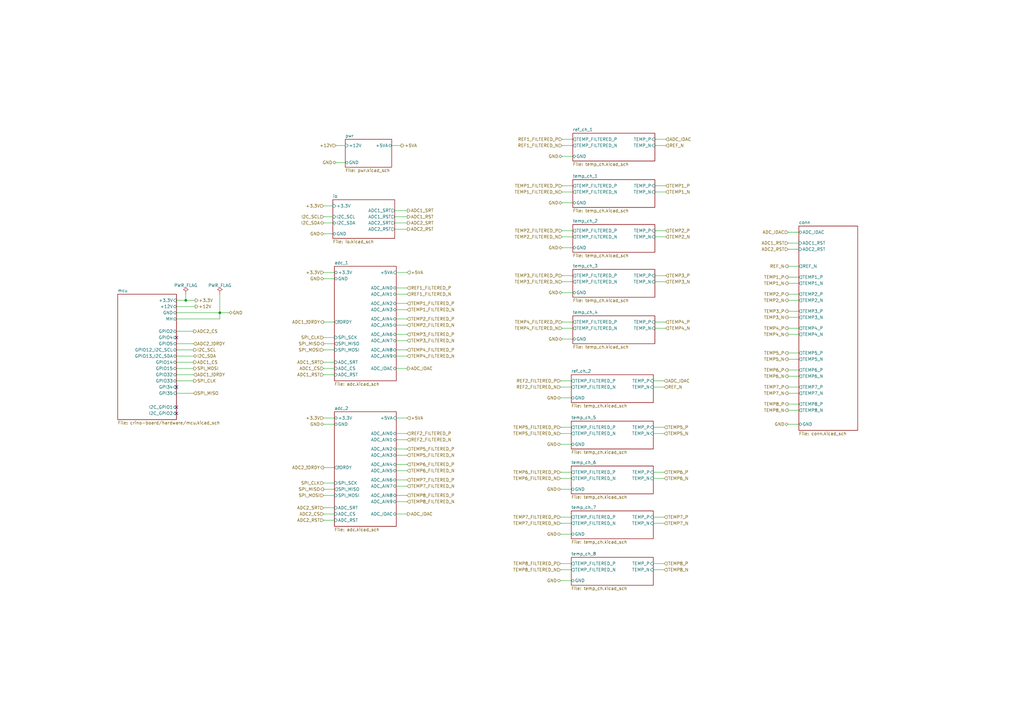
<source format=kicad_sch>
(kicad_sch (version 20211123) (generator eeschema)
  (paper "A3")
  (title_block (title "crino-temp") (date "2023-03-14") (rev "B.0.0"))
  (lib_symbols
    (symbol "power:PWR_FLAG" (power) (pin_numbers hide) (pin_names (offset 0) hide)
      (property "Value" "PWR_FLAG" (at 0 3.81 0))
      (symbol "PWR_FLAG_0_0"
        (pin power_out line (at 0 0 90) (length 0) (name "pwr") (number "1"))
      )
      (symbol "PWR_FLAG_0_1"
        (polyline (pts (xy 0 0) (xy 0 1.27) (xy -1.016 1.905) (xy 0 2.54) (xy 1.016 1.905) (xy 0 1.27)))
      )
    )
  )
  (junction (at 76.2 123.19))
  (junction (at 90.17 128.27))
  (no_connect (at 72.39 138.43))
  (no_connect (at 72.39 169.545))
  (no_connect (at 72.39 167.005))
  (no_connect (at 72.39 158.75))
  (wire (pts (xy 132.715 88.9) (xy 136.525 88.9)))
  (wire (pts (xy 268.605 134.62) (xy 273.05 134.62)))
  (wire (pts (xy 90.17 128.27) (xy 93.98 128.27)))
  (wire (pts (xy 141.605 66.675) (xy 137.795 66.675)))
  (wire (pts (xy 132.715 208.28) (xy 137.16 208.28)))
  (wire (pts (xy 132.715 91.44) (xy 136.525 91.44)))
  (wire (pts (xy 132.715 203.2) (xy 137.16 203.2)))
  (wire (pts (xy 234.95 76.2) (xy 230.505 76.2)))
  (wire (pts (xy 72.39 148.59) (xy 79.375 148.59)))
  (wire (pts (xy 323.215 165.735) (xy 327.66 165.735)))
  (wire (pts (xy 234.315 193.675) (xy 229.87 193.675)))
  (wire (pts (xy 72.39 151.13) (xy 79.375 151.13)))
  (wire (pts (xy 234.315 212.09) (xy 229.87 212.09)))
  (wire (pts (xy 162.56 127) (xy 167.005 127)))
  (wire (pts (xy 267.97 196.215) (xy 272.415 196.215)))
  (wire (pts (xy 132.715 140.97) (xy 137.16 140.97)))
  (wire (pts (xy 162.56 120.65) (xy 167.005 120.65)))
  (wire (pts (xy 323.215 151.765) (xy 327.66 151.765)))
  (wire (pts (xy 327.66 161.29) (xy 323.215 161.29)))
  (wire (pts (xy 234.315 233.68) (xy 229.87 233.68)))
  (wire (pts (xy 132.715 191.77) (xy 137.16 191.77)))
  (wire (pts (xy 132.715 148.59) (xy 137.16 148.59)))
  (wire (pts (xy 327.66 147.32) (xy 323.215 147.32)))
  (wire (pts (xy 327.66 137.16) (xy 323.215 137.16)))
  (wire (pts (xy 162.56 199.39) (xy 167.005 199.39)))
  (wire (pts (xy 229.87 182.245) (xy 234.315 182.245)))
  (wire (pts (xy 162.56 193.04) (xy 167.005 193.04)))
  (wire (pts (xy 162.56 124.46) (xy 167.005 124.46)))
  (wire (pts (xy 327.66 116.205) (xy 323.215 116.205)))
  (wire (pts (xy 273.05 94.615) (xy 268.605 94.615)))
  (wire (pts (xy 162.56 180.34) (xy 167.005 180.34)))
  (wire (pts (xy 267.97 158.75) (xy 272.415 158.75)))
  (wire (pts (xy 132.715 153.67) (xy 137.16 153.67)))
  (wire (pts (xy 132.715 200.66) (xy 137.16 200.66)))
  (wire (pts (xy 234.95 113.03) (xy 230.505 113.03)))
  (wire (pts (xy 132.715 114.3) (xy 137.16 114.3)))
  (wire (pts (xy 234.315 196.215) (xy 229.87 196.215)))
  (wire (pts (xy 167.005 93.98) (xy 161.925 93.98)))
  (wire (pts (xy 72.39 161.29) (xy 79.375 161.29)))
  (wire (pts (xy 267.97 156.21) (xy 272.415 156.21)))
  (wire (pts (xy 132.715 95.885) (xy 136.525 95.885)))
  (wire (pts (xy 234.315 158.75) (xy 229.87 158.75)))
  (wire (pts (xy 234.315 175.26) (xy 229.87 175.26)))
  (wire (pts (xy 162.56 133.35) (xy 167.005 133.35)))
  (wire (pts (xy 141.605 59.69) (xy 137.795 59.69)))
  (wire (pts (xy 167.005 88.9) (xy 161.925 88.9)))
  (wire (pts (xy 162.56 143.51) (xy 167.005 143.51)))
  (wire (pts (xy 273.05 76.2) (xy 268.605 76.2)))
  (wire (pts (xy 162.56 190.5) (xy 167.005 190.5)))
  (wire (pts (xy 72.39 130.81) (xy 90.17 130.81)))
  (wire (pts (xy 230.505 101.6) (xy 234.95 101.6)))
  (wire (pts (xy 162.56 137.16) (xy 167.005 137.16)))
  (wire (pts (xy 76.2 123.19) (xy 80.01 123.19)))
  (wire (pts (xy 327.66 130.175) (xy 323.215 130.175)))
  (wire (pts (xy 272.415 231.14) (xy 267.97 231.14)))
  (wire (pts (xy 79.375 153.67) (xy 72.39 153.67)))
  (wire (pts (xy 323.215 158.75) (xy 327.66 158.75)))
  (wire (pts (xy 160.655 59.69) (xy 164.465 59.69)))
  (wire (pts (xy 267.97 177.8) (xy 272.415 177.8)))
  (wire (pts (xy 327.66 154.305) (xy 323.215 154.305)))
  (wire (pts (xy 234.95 94.615) (xy 230.505 94.615)))
  (wire (pts (xy 72.39 140.97) (xy 79.375 140.97)))
  (wire (pts (xy 132.715 198.12) (xy 137.16 198.12)))
  (wire (pts (xy 162.56 130.81) (xy 167.005 130.81)))
  (wire (pts (xy 323.215 144.78) (xy 327.66 144.78)))
  (wire (pts (xy 230.505 139.065) (xy 234.95 139.065)))
  (wire (pts (xy 132.715 143.51) (xy 137.16 143.51)))
  (wire (pts (xy 162.56 139.7) (xy 167.005 139.7)))
  (wire (pts (xy 230.505 83.185) (xy 234.95 83.185)))
  (wire (pts (xy 162.56 186.69) (xy 167.005 186.69)))
  (wire (pts (xy 162.56 111.76) (xy 167.005 111.76)))
  (wire (pts (xy 323.215 134.62) (xy 327.66 134.62)))
  (wire (pts (xy 234.95 134.62) (xy 230.505 134.62)))
  (wire (pts (xy 162.56 203.2) (xy 167.005 203.2)))
  (wire (pts (xy 132.715 138.43) (xy 137.16 138.43)))
  (wire (pts (xy 268.605 57.15) (xy 273.05 57.15)))
  (wire (pts (xy 167.005 86.36) (xy 161.925 86.36)))
  (wire (pts (xy 162.56 205.74) (xy 167.005 205.74)))
  (wire (pts (xy 327.66 109.22) (xy 323.215 109.22)))
  (wire (pts (xy 72.39 123.19) (xy 76.2 123.19)))
  (wire (pts (xy 268.605 78.74) (xy 273.05 78.74)))
  (wire (pts (xy 234.95 115.57) (xy 230.505 115.57)))
  (wire (pts (xy 90.17 120.65) (xy 90.17 128.27)))
  (wire (pts (xy 72.39 143.51) (xy 79.375 143.51)))
  (wire (pts (xy 132.715 111.76) (xy 137.16 111.76)))
  (wire (pts (xy 162.56 146.05) (xy 167.005 146.05)))
  (wire (pts (xy 272.415 193.675) (xy 267.97 193.675)))
  (wire (pts (xy 79.375 135.89) (xy 72.39 135.89)))
  (wire (pts (xy 234.95 59.69) (xy 230.505 59.69)))
  (wire (pts (xy 230.505 120.015) (xy 234.95 120.015)))
  (wire (pts (xy 327.66 168.275) (xy 323.215 168.275)))
  (wire (pts (xy 90.17 130.81) (xy 90.17 128.27)))
  (wire (pts (xy 234.315 156.21) (xy 229.87 156.21)))
  (wire (pts (xy 162.56 171.45) (xy 167.005 171.45)))
  (wire (pts (xy 76.2 120.65) (xy 76.2 123.19)))
  (wire (pts (xy 323.215 99.695) (xy 327.66 99.695)))
  (wire (pts (xy 132.715 173.99) (xy 137.16 173.99)))
  (wire (pts (xy 268.605 97.155) (xy 273.05 97.155)))
  (wire (pts (xy 234.95 78.74) (xy 230.505 78.74)))
  (wire (pts (xy 323.215 120.65) (xy 327.66 120.65)))
  (wire (pts (xy 162.56 177.8) (xy 167.005 177.8)))
  (wire (pts (xy 234.95 97.155) (xy 230.505 97.155)))
  (wire (pts (xy 167.005 91.44) (xy 161.925 91.44)))
  (wire (pts (xy 234.315 231.14) (xy 229.87 231.14)))
  (wire (pts (xy 234.95 132.08) (xy 230.505 132.08)))
  (wire (pts (xy 229.87 163.195) (xy 234.315 163.195)))
  (wire (pts (xy 72.39 125.73) (xy 80.01 125.73)))
  (wire (pts (xy 162.56 118.11) (xy 167.005 118.11)))
  (wire (pts (xy 234.315 177.8) (xy 229.87 177.8)))
  (wire (pts (xy 162.56 184.15) (xy 167.005 184.15)))
  (wire (pts (xy 132.715 171.45) (xy 137.16 171.45)))
  (wire (pts (xy 323.215 113.665) (xy 327.66 113.665)))
  (wire (pts (xy 323.215 102.235) (xy 327.66 102.235)))
  (wire (pts (xy 273.05 132.08) (xy 268.605 132.08)))
  (wire (pts (xy 323.215 127.635) (xy 327.66 127.635)))
  (wire (pts (xy 132.715 210.82) (xy 137.16 210.82)))
  (wire (pts (xy 272.415 212.09) (xy 267.97 212.09)))
  (wire (pts (xy 229.87 219.075) (xy 234.315 219.075)))
  (wire (pts (xy 229.87 238.125) (xy 234.315 238.125)))
  (wire (pts (xy 72.39 146.05) (xy 79.375 146.05)))
  (wire (pts (xy 267.97 233.68) (xy 272.415 233.68)))
  (wire (pts (xy 230.505 64.135) (xy 234.95 64.135)))
  (wire (pts (xy 268.605 115.57) (xy 273.05 115.57)))
  (wire (pts (xy 132.715 132.08) (xy 137.16 132.08)))
  (wire (pts (xy 272.415 175.26) (xy 267.97 175.26)))
  (wire (pts (xy 162.56 151.13) (xy 167.005 151.13)))
  (wire (pts (xy 273.05 113.03) (xy 268.605 113.03)))
  (wire (pts (xy 72.39 128.27) (xy 90.17 128.27)))
  (wire (pts (xy 327.66 95.25) (xy 323.215 95.25)))
  (wire (pts (xy 323.215 173.99) (xy 327.66 173.99)))
  (wire (pts (xy 234.95 57.15) (xy 230.505 57.15)))
  (wire (pts (xy 229.87 200.66) (xy 234.315 200.66)))
  (wire (pts (xy 132.715 84.455) (xy 136.525 84.455)))
  (wire (pts (xy 267.97 214.63) (xy 272.415 214.63)))
  (wire (pts (xy 234.315 214.63) (xy 229.87 214.63)))
  (wire (pts (xy 132.715 213.36) (xy 137.16 213.36)))
  (wire (pts (xy 72.39 156.21) (xy 79.375 156.21)))
  (wire (pts (xy 327.66 123.19) (xy 323.215 123.19)))
  (wire (pts (xy 268.605 59.69) (xy 273.05 59.69)))
  (wire (pts (xy 162.56 210.82) (xy 167.005 210.82)))
  (wire (pts (xy 162.56 196.85) (xy 167.005 196.85)))
  (wire (pts (xy 132.715 151.13) (xy 137.16 151.13)))
  (hierarchical_label "TEMP2_FILTERED_N" (shape input) (at 167.005 133.35 0))
  (hierarchical_label "GND" (shape bidirectional) (at 132.715 95.885 180))
  (hierarchical_label "GND" (shape bidirectional) (at 93.98 128.27 0))
  (hierarchical_label "ADC2_SRT" (shape input) (at 132.715 208.28 180))
  (hierarchical_label "TEMP3_N" (shape output) (at 323.215 130.175 180))
  (hierarchical_label "TEMP5_N" (shape input) (at 272.415 177.8 0))
  (hierarchical_label "I2C_SCL" (shape output) (at 79.375 143.51 0))
  (hierarchical_label "TEMP4_FILTERED_P" (shape input) (at 167.005 143.51 0))
  (hierarchical_label "TEMP8_N" (shape output) (at 323.215 168.275 180))
  (hierarchical_label "I2C_SCL" (shape input) (at 132.715 88.9 180))
  (hierarchical_label "SPI_CLK" (shape input) (at 132.715 138.43 180))
  (hierarchical_label "REF_N" (shape output) (at 323.215 109.22 180))
  (hierarchical_label "GND" (shape bidirectional) (at 230.505 83.185 180))
  (hierarchical_label "GND" (shape bidirectional) (at 229.87 219.075 180))
  (hierarchical_label "TEMP1_FILTERED_P" (shape input) (at 167.005 124.46 0))
  (hierarchical_label "TEMP7_P" (shape output) (at 323.215 158.75 180))
  (hierarchical_label "TEMP6_FILTERED_P" (shape input) (at 229.87 193.675 180))
  (hierarchical_label "TEMP4_P" (shape output) (at 323.215 134.62 180))
  (hierarchical_label "TEMP3_P" (shape input) (at 273.05 113.03 0))
  (hierarchical_label "REF_N" (shape input) (at 272.415 158.75 0))
  (hierarchical_label "SPI_CLK" (shape input) (at 132.715 198.12 180))
  (hierarchical_label "TEMP8_FILTERED_N" (shape input) (at 167.005 205.74 0))
  (hierarchical_label "SPI_MISO" (shape output) (at 132.715 200.66 180))
  (hierarchical_label "REF_N" (shape input) (at 273.05 59.69 0))
  (hierarchical_label "TEMP8_N" (shape input) (at 272.415 233.68 0))
  (hierarchical_label "TEMP3_FILTERED_P" (shape input) (at 167.005 137.16 0))
  (hierarchical_label "TEMP3_N" (shape input) (at 273.05 115.57 0))
  (hierarchical_label "TEMP5_N" (shape output) (at 323.215 147.32 180))
  (hierarchical_label "+12V" (shape output) (at 80.01 125.73 0))
  (hierarchical_label "SPI_CLK" (shape output) (at 79.375 156.21 0))
  (hierarchical_label "TEMP2_P" (shape input) (at 273.05 94.615 0))
  (hierarchical_label "ADC1_RST" (shape input) (at 323.215 99.695 180))
  (hierarchical_label "TEMP4_FILTERED_N" (shape input) (at 230.505 134.62 180))
  (hierarchical_label "ADC_IDAC" (shape input) (at 272.415 156.21 0))
  (hierarchical_label "ADC1_!DRDY" (shape output) (at 132.715 132.08 180))
  (hierarchical_label "SPI_MISO" (shape input) (at 79.375 161.29 0))
  (hierarchical_label "TEMP1_N" (shape output) (at 323.215 116.205 180))
  (hierarchical_label "SPI_MISO" (shape output) (at 132.715 140.97 180))
  (hierarchical_label "+3.3V" (shape input) (at 132.715 84.455 180))
  (hierarchical_label "SPI_MOSI" (shape input) (at 132.715 203.2 180))
  (hierarchical_label "TEMP8_FILTERED_N" (shape input) (at 229.87 233.68 180))
  (hierarchical_label "TEMP2_FILTERED_P" (shape input) (at 167.005 130.81 0))
  (hierarchical_label "TEMP2_N" (shape input) (at 273.05 97.155 0))
  (hierarchical_label "TEMP6_P" (shape output) (at 323.215 151.765 180))
  (hierarchical_label "TEMP6_N" (shape output) (at 323.215 154.305 180))
  (hierarchical_label "ADC2_SRT" (shape output) (at 167.005 91.44 0))
  (hierarchical_label "+12V" (shape input) (at 137.795 59.69 180))
  (hierarchical_label "TEMP4_N" (shape input) (at 273.05 134.62 0))
  (hierarchical_label "TEMP7_FILTERED_P" (shape input) (at 229.87 212.09 180))
  (hierarchical_label "+3.3V" (shape input) (at 132.715 171.45 180))
  (hierarchical_label "REF2_FILTERED_P" (shape input) (at 167.005 177.8 0))
  (hierarchical_label "TEMP4_FILTERED_P" (shape input) (at 230.505 132.08 180))
  (hierarchical_label "TEMP5_FILTERED_P" (shape input) (at 229.87 175.26 180))
  (hierarchical_label "GND" (shape bidirectional) (at 230.505 120.015 180))
  (hierarchical_label "REF1_FILTERED_N" (shape input) (at 230.505 59.69 180))
  (hierarchical_label "TEMP7_FILTERED_N" (shape input) (at 229.87 214.63 180))
  (hierarchical_label "GND" (shape bidirectional) (at 132.715 173.99 180))
  (hierarchical_label "TEMP2_N" (shape output) (at 323.215 123.19 180))
  (hierarchical_label "TEMP8_P" (shape input) (at 272.415 231.14 0))
  (hierarchical_label "TEMP5_FILTERED_N" (shape input) (at 167.005 186.69 0))
  (hierarchical_label "TEMP6_N" (shape input) (at 272.415 196.215 0))
  (hierarchical_label "TEMP1_FILTERED_P" (shape input) (at 230.505 76.2 180))
  (hierarchical_label "ADC2_CS" (shape input) (at 132.715 210.82 180))
  (hierarchical_label "TEMP6_FILTERED_P" (shape input) (at 167.005 190.5 0))
  (hierarchical_label "GND" (shape bidirectional) (at 229.87 163.195 180))
  (hierarchical_label "REF1_FILTERED_P" (shape input) (at 167.005 118.11 0))
  (hierarchical_label "ADC1_CS" (shape output) (at 79.375 148.59 0))
  (hierarchical_label "TEMP6_FILTERED_N" (shape input) (at 167.005 193.04 0))
  (hierarchical_label "GND" (shape bidirectional) (at 230.505 101.6 180))
  (hierarchical_label "ADC2_RST" (shape input) (at 132.715 213.36 180))
  (hierarchical_label "ADC1_CS" (shape input) (at 132.715 151.13 180))
  (hierarchical_label "GND" (shape bidirectional) (at 230.505 64.135 180))
  (hierarchical_label "TEMP7_P" (shape input) (at 272.415 212.09 0))
  (hierarchical_label "TEMP2_FILTERED_N" (shape input) (at 230.505 97.155 180))
  (hierarchical_label "TEMP4_FILTERED_N" (shape input) (at 167.005 146.05 0))
  (hierarchical_label "ADC2_RST" (shape output) (at 167.005 93.98 0))
  (hierarchical_label "TEMP3_FILTERED_N" (shape input) (at 230.505 115.57 180))
  (hierarchical_label "GND" (shape bidirectional) (at 229.87 238.125 180))
  (hierarchical_label "TEMP5_FILTERED_P" (shape input) (at 167.005 184.15 0))
  (hierarchical_label "+5VA" (shape input) (at 167.005 171.45 0))
  (hierarchical_label "TEMP1_FILTERED_N" (shape input) (at 167.005 127 0))
  (hierarchical_label "TEMP5_FILTERED_N" (shape input) (at 229.87 177.8 180))
  (hierarchical_label "REF2_FILTERED_P" (shape input) (at 229.87 156.21 180))
  (hierarchical_label "TEMP6_FILTERED_N" (shape input) (at 229.87 196.215 180))
  (hierarchical_label "TEMP3_P" (shape output) (at 323.215 127.635 180))
  (hierarchical_label "REF1_FILTERED_N" (shape input) (at 167.005 120.65 0))
  (hierarchical_label "GND" (shape bidirectional) (at 323.215 173.99 180))
  (hierarchical_label "GND" (shape bidirectional) (at 132.715 114.3 180))
  (hierarchical_label "+5VA" (shape output) (at 164.465 59.69 0))
  (hierarchical_label "REF2_FILTERED_N" (shape input) (at 229.87 158.75 180))
  (hierarchical_label "+3.3V" (shape output) (at 80.01 123.19 0))
  (hierarchical_label "TEMP1_P" (shape input) (at 273.05 76.2 0))
  (hierarchical_label "I2C_SDA" (shape bidirectional) (at 79.375 146.05 0))
  (hierarchical_label "TEMP1_FILTERED_N" (shape input) (at 230.505 78.74 180))
  (hierarchical_label "GND" (shape bidirectional) (at 229.87 182.245 180))
  (hierarchical_label "ADC1_RST" (shape input) (at 132.715 153.67 180))
  (hierarchical_label "TEMP4_N" (shape output) (at 323.215 137.16 180))
  (hierarchical_label "GND" (shape bidirectional) (at 137.795 66.675 180))
  (hierarchical_label "TEMP6_P" (shape input) (at 272.415 193.675 0))
  (hierarchical_label "SPI_MOSI" (shape output) (at 79.375 151.13 0))
  (hierarchical_label "TEMP8_FILTERED_P" (shape input) (at 167.005 203.2 0))
  (hierarchical_label "TEMP7_N" (shape input) (at 272.415 214.63 0))
  (hierarchical_label "ADC2_CS" (shape output) (at 79.375 135.89 0))
  (hierarchical_label "TEMP8_FILTERED_P" (shape input) (at 229.87 231.14 180))
  (hierarchical_label "TEMP1_P" (shape output) (at 323.215 113.665 180))
  (hierarchical_label "TEMP7_N" (shape output) (at 323.215 161.29 180))
  (hierarchical_label "ADC2_!DRDY" (shape input) (at 79.375 140.97 0))
  (hierarchical_label "ADC_IDAC" (shape output) (at 167.005 151.13 0))
  (hierarchical_label "SPI_MOSI" (shape input) (at 132.715 143.51 180))
  (hierarchical_label "ADC_IDAC" (shape input) (at 323.215 95.25 180))
  (hierarchical_label "TEMP3_FILTERED_N" (shape input) (at 167.005 139.7 0))
  (hierarchical_label "ADC1_SRT" (shape input) (at 132.715 148.59 180))
  (hierarchical_label "TEMP7_FILTERED_N" (shape input) (at 167.005 199.39 0))
  (hierarchical_label "GND" (shape bidirectional) (at 229.87 200.66 180))
  (hierarchical_label "TEMP3_FILTERED_P" (shape input) (at 230.505 113.03 180))
  (hierarchical_label "TEMP5_P" (shape input) (at 272.415 175.26 0))
  (hierarchical_label "ADC1_SRT" (shape output) (at 167.005 86.36 0))
  (hierarchical_label "ADC2_RST" (shape input) (at 323.215 102.235 180))
  (hierarchical_label "TEMP8_P" (shape output) (at 323.215 165.735 180))
  (hierarchical_label "I2C_SDA" (shape bidirectional) (at 132.715 91.44 180))
  (hierarchical_label "ADC2_!DRDY" (shape output) (at 132.715 191.77 180))
  (hierarchical_label "GND" (shape bidirectional) (at 230.505 139.065 180))
  (hierarchical_label "TEMP1_N" (shape input) (at 273.05 78.74 0))
  (hierarchical_label "ADC_IDAC" (shape output) (at 167.005 210.82 0))
  (hierarchical_label "ADC1_!DRDY" (shape input) (at 79.375 153.67 0))
  (hierarchical_label "TEMP2_FILTERED_P" (shape input) (at 230.505 94.615 180))
  (hierarchical_label "REF2_FILTERED_N" (shape input) (at 167.005 180.34 0))
  (hierarchical_label "TEMP2_P" (shape output) (at 323.215 120.65 180))
  (hierarchical_label "TEMP5_P" (shape output) (at 323.215 144.78 180))
  (hierarchical_label "REF1_FILTERED_P" (shape input) (at 230.505 57.15 180))
  (hierarchical_label "ADC_IDAC" (shape input) (at 273.05 57.15 0))
  (hierarchical_label "+5VA" (shape input) (at 167.005 111.76 0))
  (hierarchical_label "+3.3V" (shape input) (at 132.715 111.76 180))
  (hierarchical_label "TEMP7_FILTERED_P" (shape input) (at 167.005 196.85 0))
  (hierarchical_label "TEMP4_P" (shape input) (at 273.05 132.08 0))
  (hierarchical_label "ADC1_RST" (shape output) (at 167.005 88.9 0))
  (symbol (lib_id "power:PWR_FLAG") (at 76.2 120.65 0) (unit 1)
    (property "Reference" "#FLG01" (effects hide))
    (property "Value" "PWR_FLAG" (at 76.2 117.0742 0))
  )
  (symbol (lib_id "power:PWR_FLAG") (at 90.17 120.65 0) (unit 1)
    (property "Reference" "#FLG02" (effects hide))
    (property "Value" "PWR_FLAG" (at 90.17 117.0742 0))
  )
  (sheet (at 141.605 57.15) (size 19.05 11.43)
    (property "Sheet name" "pwr" (at 141.605 56.4384 0) (effects (justify left bottom)))
    (property "Sheet file" "pwr.kicad_sch" (at 141.605 69.1646 0) (effects (justify left top)))
    (pin "+5VA" bidirectional (at 160.655 59.69 0))
    (pin "GND" bidirectional (at 141.605 66.675 180))
    (pin "+12V" input (at 141.605 59.69 180))
  )
  (sheet (at 327.66 92.71) (size 24.13 83.82)
    (property "Sheet name" "conn" (at 327.66 91.9984 0) (effects (justify left bottom)))
    (property "Sheet file" "conn.kicad_sch" (at 327.66 177.1146 0) (effects (justify left top)))
    (pin "TEMP1_N" output (at 327.66 116.205 180))
    (pin "TEMP2_P" output (at 327.66 120.65 180))
    (pin "TEMP2_N" output (at 327.66 123.19 180))
    (pin "TEMP4_P" output (at 327.66 134.62 180))
    (pin "TEMP3_N" output (at 327.66 130.175 180))
    (pin "TEMP4_N" output (at 327.66 137.16 180))
    (pin "TEMP3_P" output (at 327.66 127.635 180))
    (pin "TEMP1_P" output (at 327.66 113.665 180))
    (pin "GND" bidirectional (at 327.66 173.99 180))
    (pin "ADC2_RST" input (at 327.66 102.235 180))
    (pin "ADC1_RST" input (at 327.66 99.695 180))
    (pin "TEMP7_N" output (at 327.66 161.29 180))
    (pin "TEMP7_P" output (at 327.66 158.75 180))
    (pin "TEMP8_P" output (at 327.66 165.735 180))
    (pin "TEMP8_N" output (at 327.66 168.275 180))
    (pin "TEMP6_P" output (at 327.66 151.765 180))
    (pin "TEMP6_N" output (at 327.66 154.305 180))
    (pin "TEMP5_N" output (at 327.66 147.32 180))
    (pin "TEMP5_P" output (at 327.66 144.78 180))
    (pin "REF_N" output (at 327.66 109.22 180))
    (pin "ADC_IDAC" bidirectional (at 327.66 95.25 180))
  )
  (sheet (at 136.525 81.915) (size 25.4 15.875) (stroke (width 0.1524))
    (property "Sheet name" "io" (at 136.525 81.2034 0) (effects (justify left bottom)))
    (property "Sheet file" "io.kicad_sch" (at 136.525 98.3746 0) (effects (justify left top)))
    (pin "GND" bidirectional (at 136.525 95.885 180))
    (pin "I2C_SDA" bidirectional (at 136.525 91.44 180))
    (pin "I2C_SCL" input (at 136.525 88.9 180))
    (pin "ADC2_SRT" output (at 161.925 91.44 0))
    (pin "+3.3V" input (at 136.525 84.455 180))
    (pin "ADC1_RST" output (at 161.925 88.9 0))
    (pin "ADC1_SRT" output (at 161.925 86.36 0))
    (pin "ADC2_RST" output (at 161.925 93.98 0))
  )
  (sheet (at 234.95 110.49) (size 33.655 11.43) (stroke (width 0.1524))
    (property "Sheet name" "temp_ch_3" (at 234.95 109.7784 0) (effects (justify left bottom)))
    (property "Sheet file" "temp_ch.kicad_sch" (at 234.95 122.5046 0) (effects (justify left top)))
    (pin "TEMP_FILTERED_P" output (at 234.95 113.03 180))
    (pin "TEMP_FILTERED_N" output (at 234.95 115.57 180))
    (pin "GND" bidirectional (at 234.95 120.015 180))
    (pin "TEMP_N" input (at 268.605 115.57 0))
    (pin "TEMP_P" input (at 268.605 113.03 0))
  )
  (sheet (at 234.315 153.67) (size 33.655 11.43) (stroke (width 0.1524))
    (property "Sheet name" "ref_ch_2" (at 234.315 152.9584 0) (effects (justify left bottom)))
    (property "Sheet file" "temp_ch.kicad_sch" (at 234.315 165.6846 0) (effects (justify left top)))
    (pin "TEMP_FILTERED_P" output (at 234.315 156.21 180))
    (pin "TEMP_FILTERED_N" output (at 234.315 158.75 180))
    (pin "GND" bidirectional (at 234.315 163.195 180))
    (pin "TEMP_N" input (at 267.97 158.75 0))
    (pin "TEMP_P" input (at 267.97 156.21 0))
  )
  (sheet (at 234.315 228.6) (size 33.655 11.43) (stroke (width 0.1524))
    (property "Sheet name" "temp_ch_8" (at 234.315 227.8884 0) (effects (justify left bottom)))
    (property "Sheet file" "temp_ch.kicad_sch" (at 234.315 240.6146 0) (effects (justify left top)))
    (pin "TEMP_FILTERED_P" output (at 234.315 231.14 180))
    (pin "TEMP_FILTERED_N" output (at 234.315 233.68 180))
    (pin "GND" bidirectional (at 234.315 238.125 180))
    (pin "TEMP_N" input (at 267.97 233.68 0))
    (pin "TEMP_P" input (at 267.97 231.14 0))
  )
  (sheet (at 137.16 109.22) (size 25.4 46.99)
    (property "Sheet name" "adc_1" (at 137.16 108.5084 0) (effects (justify left bottom)))
    (property "Sheet file" "adc.kicad_sch" (at 137.16 156.7946 0) (effects (justify left top)))
    (pin "ADC_SRT" input (at 137.16 148.59 180))
    (pin "ADC_CS" input (at 137.16 151.13 180))
    (pin "SPI_SCK" input (at 137.16 138.43 180))
    (pin "SPI_MOSI" input (at 137.16 143.51 180))
    (pin "SPI_MISO" output (at 137.16 140.97 180))
    (pin "ADC_RST" input (at 137.16 153.67 180))
    (pin "ADC_AIN0" bidirectional (at 162.56 118.11 0))
    (pin "ADC_AIN1" bidirectional (at 162.56 120.65 0))
    (pin "ADC_AIN2" bidirectional (at 162.56 124.46 0))
    (pin "ADC_AIN3" bidirectional (at 162.56 127 0))
    (pin "ADC_AIN4" bidirectional (at 162.56 130.81 0))
    (pin "ADC_AIN5" bidirectional (at 162.56 133.35 0))
    (pin "ADC_AIN6" bidirectional (at 162.56 137.16 0))
    (pin "ADC_AIN7" bidirectional (at 162.56 139.7 0))
    (pin "ADC_AIN8" bidirectional (at 162.56 143.51 0))
    (pin "ADC_AIN9" bidirectional (at 162.56 146.05 0))
    (pin "+3.3V" bidirectional (at 137.16 111.76 180))
    (pin "GND" bidirectional (at 137.16 114.3 180))
    (pin "!DRDY" output (at 137.16 132.08 180))
    (pin "ADC_IDAC" bidirectional (at 162.56 151.13 0))
    (pin "+5VA" input (at 162.56 111.76 0))
  )
  (sheet (at 234.315 209.55) (size 33.655 11.43) (stroke (width 0.1524))
    (property "Sheet name" "temp_ch_7" (at 234.315 208.8384 0) (effects (justify left bottom)))
    (property "Sheet file" "temp_ch.kicad_sch" (at 234.315 221.5646 0) (effects (justify left top)))
    (pin "TEMP_FILTERED_P" output (at 234.315 212.09 180))
    (pin "TEMP_FILTERED_N" output (at 234.315 214.63 180))
    (pin "GND" bidirectional (at 234.315 219.075 180))
    (pin "TEMP_N" input (at 267.97 214.63 0))
    (pin "TEMP_P" input (at 267.97 212.09 0))
  )
  (sheet (at 234.95 54.61) (size 33.655 11.43) (stroke (width 0.1524))
    (property "Sheet name" "ref_ch_1" (at 234.95 53.8984 0) (effects (justify left bottom)))
    (property "Sheet file" "temp_ch.kicad_sch" (at 234.95 66.6246 0) (effects (justify left top)))
    (pin "TEMP_FILTERED_P" output (at 234.95 57.15 180))
    (pin "TEMP_FILTERED_N" output (at 234.95 59.69 180))
    (pin "GND" bidirectional (at 234.95 64.135 180))
    (pin "TEMP_N" input (at 268.605 59.69 0))
    (pin "TEMP_P" input (at 268.605 57.15 0))
  )
  (sheet (at 48.26 120.65) (size 24.13 51.435) (stroke (width 0.1524))
    (property "Sheet name" "mcu" (at 48.26 119.9384 0) (effects (justify left bottom)))
    (property "Sheet file" "crino-board/hardware/mcu.kicad_sch" (at 48.26 172.6696 0) (effects (justify left top)))
    (pin "MH" bidirectional (at 72.39 130.81 0))
    (pin "GND" bidirectional (at 72.39 128.27 0))
    (pin "+3.3V" input (at 72.39 123.19 0))
    (pin "+12V" bidirectional (at 72.39 125.73 0))
    (pin "GPI34" input (at 72.39 158.75 0))
    (pin "GPIO12_I2C_SCL" bidirectional (at 72.39 143.51 0))
    (pin "GPI35" input (at 72.39 161.29 0))
    (pin "GPIO32" bidirectional (at 72.39 153.67 0))
    (pin "I2C_GPIO1" bidirectional (at 72.39 167.005 0))
    (pin "I2C_GPIO2" bidirectional (at 72.39 169.545 0))
    (pin "GPIO33" bidirectional (at 72.39 156.21 0))
    (pin "GPIO15" bidirectional (at 72.39 151.13 0))
    (pin "GPIO14" bidirectional (at 72.39 148.59 0))
    (pin "GPIO5" bidirectional (at 72.39 140.97 0))
    (pin "GPIO4" bidirectional (at 72.39 138.43 0))
    (pin "GPIO13_I2C_SDA" bidirectional (at 72.39 146.05 0))
    (pin "GPIO2" bidirectional (at 72.39 135.89 0))
  )
  (sheet (at 137.16 168.91) (size 25.4 46.99)
    (property "Sheet name" "adc_2" (at 137.16 168.1984 0) (effects (justify left bottom)))
    (property "Sheet file" "adc.kicad_sch" (at 137.16 216.4846 0) (effects (justify left top)))
    (pin "ADC_SRT" input (at 137.16 208.28 180))
    (pin "ADC_CS" input (at 137.16 210.82 180))
    (pin "SPI_SCK" input (at 137.16 198.12 180))
    (pin "SPI_MOSI" input (at 137.16 203.2 180))
    (pin "SPI_MISO" output (at 137.16 200.66 180))
    (pin "ADC_RST" input (at 137.16 213.36 180))
    (pin "ADC_AIN0" bidirectional (at 162.56 177.8 0))
    (pin "ADC_AIN1" bidirectional (at 162.56 180.34 0))
    (pin "ADC_AIN2" bidirectional (at 162.56 184.15 0))
    (pin "ADC_AIN3" bidirectional (at 162.56 186.69 0))
    (pin "ADC_AIN4" bidirectional (at 162.56 190.5 0))
    (pin "ADC_AIN5" bidirectional (at 162.56 193.04 0))
    (pin "ADC_AIN6" bidirectional (at 162.56 196.85 0))
    (pin "ADC_AIN7" bidirectional (at 162.56 199.39 0))
    (pin "ADC_AIN8" bidirectional (at 162.56 203.2 0))
    (pin "ADC_AIN9" bidirectional (at 162.56 205.74 0))
    (pin "+3.3V" bidirectional (at 137.16 171.45 180))
    (pin "GND" bidirectional (at 137.16 173.99 180))
    (pin "!DRDY" output (at 137.16 191.77 180))
    (pin "ADC_IDAC" bidirectional (at 162.56 210.82 0))
    (pin "+5VA" input (at 162.56 171.45 0))
  )
  (sheet (at 234.315 172.72) (size 33.655 11.43) (stroke (width 0.1524))
    (property "Sheet name" "temp_ch_5" (at 234.315 172.0084 0) (effects (justify left bottom)))
    (property "Sheet file" "temp_ch.kicad_sch" (at 234.315 184.7346 0) (effects (justify left top)))
    (pin "TEMP_FILTERED_P" output (at 234.315 175.26 180))
    (pin "TEMP_FILTERED_N" output (at 234.315 177.8 180))
    (pin "GND" bidirectional (at 234.315 182.245 180))
    (pin "TEMP_N" input (at 267.97 177.8 0))
    (pin "TEMP_P" input (at 267.97 175.26 0))
  )
  (sheet (at 234.95 73.66) (size 33.655 11.43) (stroke (width 0.1524))
    (property "Sheet name" "temp_ch_1" (at 234.95 72.9484 0) (effects (justify left bottom)))
    (property "Sheet file" "temp_ch.kicad_sch" (at 234.95 85.6746 0) (effects (justify left top)))
    (pin "TEMP_FILTERED_P" output (at 234.95 76.2 180))
    (pin "TEMP_FILTERED_N" output (at 234.95 78.74 180))
    (pin "GND" bidirectional (at 234.95 83.185 180))
    (pin "TEMP_N" input (at 268.605 78.74 0))
    (pin "TEMP_P" input (at 268.605 76.2 0))
  )
  (sheet (at 234.95 129.54) (size 33.655 11.43) (stroke (width 0.1524))
    (property "Sheet name" "temp_ch_4" (at 234.95 128.8284 0) (effects (justify left bottom)))
    (property "Sheet file" "temp_ch.kicad_sch" (at 234.95 141.5546 0) (effects (justify left top)))
    (pin "TEMP_FILTERED_P" output (at 234.95 132.08 180))
    (pin "TEMP_FILTERED_N" output (at 234.95 134.62 180))
    (pin "GND" bidirectional (at 234.95 139.065 180))
    (pin "TEMP_N" input (at 268.605 134.62 0))
    (pin "TEMP_P" input (at 268.605 132.08 0))
  )
  (sheet (at 234.95 92.075) (size 33.655 11.43) (stroke (width 0.1524))
    (property "Sheet name" "temp_ch_2" (at 234.95 91.3634 0) (effects (justify left bottom)))
    (property "Sheet file" "temp_ch.kicad_sch" (at 234.95 104.0896 0) (effects (justify left top)))
    (pin "TEMP_FILTERED_P" output (at 234.95 94.615 180))
    (pin "TEMP_FILTERED_N" output (at 234.95 97.155 180))
    (pin "GND" bidirectional (at 234.95 101.6 180))
    (pin "TEMP_N" input (at 268.605 97.155 0))
    (pin "TEMP_P" input (at 268.605 94.615 0))
  )
  (sheet (at 234.315 191.135) (size 33.655 11.43) (stroke (width 0.1524))
    (property "Sheet name" "temp_ch_6" (at 234.315 190.4234 0) (effects (justify left bottom)))
    (property "Sheet file" "temp_ch.kicad_sch" (at 234.315 203.1496 0) (effects (justify left top)))
    (pin "TEMP_FILTERED_P" output (at 234.315 193.675 180))
    (pin "TEMP_FILTERED_N" output (at 234.315 196.215 180))
    (pin "GND" bidirectional (at 234.315 200.66 180))
    (pin "TEMP_N" input (at 267.97 196.215 0))
    (pin "TEMP_P" input (at 267.97 193.675 0))
  )
)
</source>
